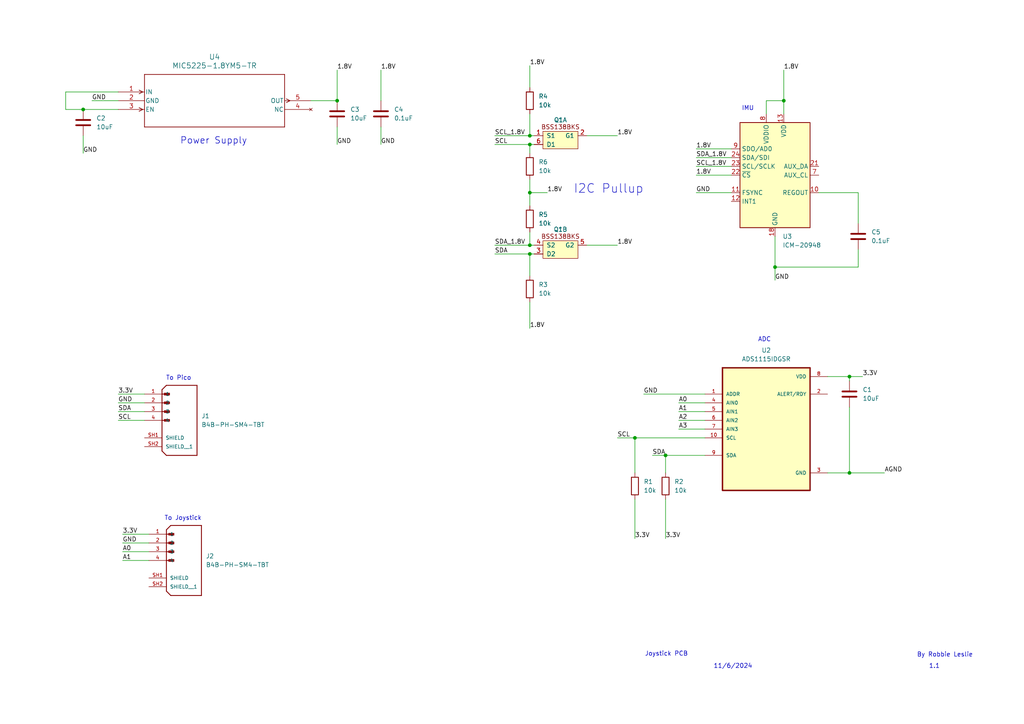
<source format=kicad_sch>
(kicad_sch (version 20231120) (generator "eeschema") (generator_version "8.0")
  (paper "A4")
  (lib_symbols
    (symbol "ADS1115IDGSR:ADS1115IDGSR" (pin_names (offset 1.016))
      (property "Reference" "U" (at -12.7 18.78 0))
      (property "Value" "ADS1115IDGSR" (at -12.7 -21.78 0))
      (symbol "ADS1115IDGSR_0_0"
        (rectangle (start -12.7 -17.78) (end 12.7 17.78) (stroke (width 0.41)) (fill (type background)))
        (pin input line (at -17.78 10.16 0) (length 5.08) (name "ADDR") (number "1"))
        (pin input line (at -17.78 -2.54 0) (length 5.08) (name "SCL") (number "10"))
        (pin output line (at 17.78 10.16 180) (length 5.08) (name "ALERT/RDY") (number "2"))
        (pin power_in line (at 17.78 -12.7 180) (length 5.08) (name "GND") (number "3"))
        (pin input line (at -17.78 7.62 0) (length 5.08) (name "AIN0") (number "4"))
        (pin input line (at -17.78 5.08 0) (length 5.08) (name "AIN1") (number "5"))
        (pin input line (at -17.78 2.54 0) (length 5.08) (name "AIN2") (number "6"))
        (pin input line (at -17.78 0 0) (length 5.08) (name "AIN3") (number "7"))
        (pin power_in line (at 17.78 15.24 180) (length 5.08) (name "VDD") (number "8"))
        (pin bidirectional line (at -17.78 -7.62 0) (length 5.08) (name "SDA") (number "9"))
      )
    )
    (symbol "B4B-PH-SM4-TBT:B4B-PH-SM4-TBT" (pin_names (offset 1.016))
      (property "Reference" "J" (at 0 8.89 0))
      (property "Value" "B4B-PH-SM4-TBT" (at 0 -15.24 0))
      (symbol "B4B-PH-SM4-TBT_0_0"
        (polyline (pts (xy 0 -11.43) (xy 1.27 -12.7)) (stroke (width 0.254)))
        (polyline (pts (xy 0 -2.54) (xy 1.905 -2.54)) (stroke (width 0.254)))
        (polyline (pts (xy 0 0) (xy 1.905 0)) (stroke (width 0.254)))
        (polyline (pts (xy 0 2.54) (xy 1.905 2.54)) (stroke (width 0.254)))
        (polyline (pts (xy 0 5.08) (xy 1.905 5.08)) (stroke (width 0.254)))
        (polyline (pts (xy 0 6.35) (xy 0 -11.43)) (stroke (width 0.254)))
        (polyline (pts (xy 0 6.35) (xy 1.27 7.62)) (stroke (width 0.254)))
        (polyline (pts (xy 1.27 -12.7) (xy 10.16 -12.7)) (stroke (width 0.254)))
        (polyline (pts (xy 10.16 -12.7) (xy 10.16 7.62)) (stroke (width 0.254)))
        (polyline (pts (xy 10.16 7.62) (xy 1.27 7.62)) (stroke (width 0.254)))
        (rectangle (start 0.635 -2.8575) (end 2.2225 -2.2225) (stroke (width 0.1)) (fill (type outline)))
        (rectangle (start 0.635 -0.3175) (end 2.2225 0.3175) (stroke (width 0.1)) (fill (type outline)))
        (rectangle (start 0.635 2.2225) (end 2.2225 2.8575) (stroke (width 0.1)) (fill (type outline)))
        (rectangle (start 0.635 4.7625) (end 2.2225 5.3975) (stroke (width 0.1)) (fill (type outline)))
        (pin passive line (at -5.08 5.08 0) (length 5.08) (name "1") (number "1"))
        (pin passive line (at -5.08 2.54 0) (length 5.08) (name "2") (number "2"))
        (pin passive line (at -5.08 0 0) (length 5.08) (name "3") (number "3"))
        (pin passive line (at -5.08 -2.54 0) (length 5.08) (name "4") (number "4"))
        (pin passive line (at -5.08 -7.62 0) (length 5.08) (name "SHIELD") (number "SH1"))
        (pin passive line (at -5.08 -10.16 0) (length 5.08) (name "SHIELD__1") (number "SH2"))
      )
    )
    (symbol "BSS138BKS:BSS138BKS" (pin_names (offset 1.016))
      (property "Reference" "Q" (at 0 2.032 0))
      (symbol "BSS138BKS_0_1"
        (text "BSS138BKS" (at 0 0 0) (effects (font (size 1.27 1.27))))
      )
      (symbol "BSS138BKS_1_1"
        (rectangle (start -5.08 -1.27) (end 5.08 -6.35) (fill (type background)))
        (pin passive line (at -7.62 -2.54 0) (length 2.54) (name "S1") (number "1"))
        (pin passive line (at 7.62 -2.54 180) (length 2.54) (name "G1") (number "2"))
        (pin passive line (at -7.62 -5.08 0) (length 2.54) (name "D1") (number "6"))
      )
      (symbol "BSS138BKS_2_1"
        (rectangle (start -5.08 -1.27) (end 5.08 -6.35) (fill (type background)))
        (pin passive line (at -7.62 -5.08 0) (length 2.54) (name "D2") (number "3"))
        (pin passive line (at -7.62 -2.54 0) (length 2.54) (name "S2") (number "4"))
        (pin passive line (at 7.62 -2.54 180) (length 2.54) (name "G2") (number "5"))
      )
    )
    (symbol "Device:C" (pin_numbers hide) (pin_names (offset 0.254))
      (property "Reference" "C" (at 0.635 2.54 0))
      (property "Value" "C" (at 0.635 -2.54 0))
      (symbol "C_0_1"
        (polyline (pts (xy -2.032 -0.762) (xy 2.032 -0.762)) (stroke (width 0.508)))
        (polyline (pts (xy -2.032 0.762) (xy 2.032 0.762)) (stroke (width 0.508)))
      )
      (symbol "C_1_1"
        (pin passive line (at 0 3.81 270) (length 2.794) (name "~") (number "1"))
        (pin passive line (at 0 -3.81 90) (length 2.794) (name "~") (number "2"))
      )
    )
    (symbol "Device:R" (pin_numbers hide) (pin_names (offset 0))
      (property "Reference" "R" (at 2.032 0 90))
      (property "Value" "R" (at 0 0 90))
      (symbol "R_0_1"
        (rectangle (start -1.016 -2.54) (end 1.016 2.54) (stroke (width 0.254)))
      )
      (symbol "R_1_1"
        (pin passive line (at 0 3.81 270) (length 1.27) (name "~") (number "1"))
        (pin passive line (at 0 -3.81 90) (length 1.27) (name "~") (number "2"))
      )
    )
    (symbol "MIC5225-1.8V:MIC5225-1.8YM5-TR" (pin_names (offset 0.254))
      (property "Reference" "U" (at 27.94 10.16 0))
      (property "Value" "MIC5225-1.8YM5-TR" (at 27.94 7.62 0))
      (symbol "MIC5225-1.8YM5-TR_1_1"
        (polyline (pts (xy 7.0993 -5.08) (xy 6.0579 -5.6007)) (stroke (width 0.2032)))
        (polyline (pts (xy 7.0993 -5.08) (xy 6.0579 -4.5593)) (stroke (width 0.2032)))
        (polyline (pts (xy 7.0993 0) (xy 6.0579 -0.5207)) (stroke (width 0.2032)))
        (polyline (pts (xy 7.0993 0) (xy 6.0579 0.5207)) (stroke (width 0.2032)))
        (polyline (pts (xy 7.62 -10.16) (xy 48.26 -10.16)) (stroke (width 0.2032)))
        (polyline (pts (xy 7.62 5.08) (xy 7.62 -10.16)) (stroke (width 0.2032)))
        (polyline (pts (xy 48.26 -10.16) (xy 48.26 5.08)) (stroke (width 0.2032)))
        (polyline (pts (xy 48.26 5.08) (xy 7.62 5.08)) (stroke (width 0.2032)))
        (polyline (pts (xy 48.7807 -3.0607) (xy 49.8221 -2.54)) (stroke (width 0.2032)))
        (polyline (pts (xy 48.7807 -2.0193) (xy 49.8221 -2.54)) (stroke (width 0.2032)))
        (pin input line (at 0 0 0) (length 7.62) (name "IN") (number "1"))
        (pin power_in line (at 0 -2.54 0) (length 7.62) (name "GND") (number "2"))
        (pin input line (at 0 -5.08 0) (length 7.62) (name "EN") (number "3"))
        (pin no_connect line (at 55.88 -5.08 180) (length 7.62) (name "NC") (number "4"))
        (pin output line (at 55.88 -2.54 180) (length 7.62) (name "OUT") (number "5"))
      )
    )
    (symbol "Sensor_Motion:ICM-20948"
      (property "Reference" "U" (at -11.43 16.51 0))
      (property "Value" "ICM-20948" (at 7.62 -16.51 0))
      (symbol "ICM-20948_0_1"
        (rectangle (start -10.16 15.24) (end 10.16 -15.24) (stroke (width 0.254)) (fill (type background)))
      )
      (symbol "ICM-20948_1_1"
        (pin no_connect line (at -10.16 12.7 0) (length 2.54) hide (name "NC") (number "1"))
        (pin passive line (at 12.7 -5.08 180) (length 2.54) (name "REGOUT") (number "10"))
        (pin input line (at -12.7 -5.08 0) (length 2.54) (name "FSYNC") (number "11"))
        (pin output line (at -12.7 -7.62 0) (length 2.54) (name "INT1") (number "12"))
        (pin power_in line (at 2.54 17.78 270) (length 2.54) (name "VDD") (number "13"))
        (pin no_connect line (at 10.16 7.62 180) (length 2.54) hide (name "NC") (number "14"))
        (pin no_connect line (at 10.16 5.08 180) (length 2.54) hide (name "NC") (number "15"))
        (pin no_connect line (at 10.16 -7.62 180) (length 2.54) hide (name "NC") (number "16"))
        (pin no_connect line (at 10.16 -10.16 180) (length 2.54) hide (name "NC") (number "17"))
        (pin power_in line (at 0 -17.78 90) (length 2.54) (name "GND") (number "18"))
        (pin no_connect line (at 10.16 -12.7 180) (length 2.54) hide (name "RESV") (number "19"))
        (pin no_connect line (at -10.16 10.16 0) (length 2.54) hide (name "NC") (number "2"))
        (pin passive line (at 0 -17.78 90) (length 2.54) hide (name "GND") (number "20"))
        (pin bidirectional line (at 12.7 2.54 180) (length 2.54) (name "AUX_DA") (number "21"))
        (pin input line (at -12.7 0 0) (length 2.54) (name "~{CS}") (number "22"))
        (pin input line (at -12.7 2.54 0) (length 2.54) (name "SCL/SCLK") (number "23"))
        (pin bidirectional line (at -12.7 5.08 0) (length 2.54) (name "SDA/SDI") (number "24"))
        (pin no_connect line (at -10.16 -2.54 0) (length 2.54) hide (name "NC") (number "3"))
        (pin no_connect line (at -10.16 -10.16 0) (length 2.54) hide (name "NC") (number "4"))
        (pin no_connect line (at -10.16 -12.7 0) (length 2.54) hide (name "NC") (number "5"))
        (pin no_connect line (at 10.16 10.16 180) (length 2.54) hide (name "NC") (number "6"))
        (pin output line (at 12.7 0 180) (length 2.54) (name "AUX_CL") (number "7"))
        (pin power_in line (at -2.54 17.78 270) (length 2.54) (name "VDDIO") (number "8"))
        (pin bidirectional line (at -12.7 7.62 0) (length 2.54) (name "SDO/AD0") (number "9"))
      )
    )
  )
  (junction (at 153.67 73.66))
  (junction (at 97.79 29.21))
  (junction (at 184.15 127))
  (junction (at 153.67 71.12))
  (junction (at 246.38 109.22))
  (junction (at 24.13 31.75))
  (junction (at 193.04 132.08))
  (junction (at 153.67 41.91))
  (junction (at 224.79 77.47))
  (junction (at 227.33 29.21))
  (junction (at 153.67 55.88))
  (junction (at 246.38 137.16))
  (junction (at 153.67 39.37))
  (wire (pts (xy 248.92 72.39) (xy 248.92 77.47)))
  (wire (pts (xy 110.49 36.83) (xy 110.49 41.91)))
  (wire (pts (xy 143.51 71.12) (xy 153.67 71.12)))
  (wire (pts (xy 35.56 162.56) (xy 43.18 162.56)))
  (wire (pts (xy 153.67 33.02) (xy 153.67 39.37)))
  (wire (pts (xy 246.38 109.22) (xy 246.38 110.49)))
  (wire (pts (xy 153.67 73.66) (xy 154.94 73.66)))
  (wire (pts (xy 184.15 127) (xy 184.15 137.16)))
  (wire (pts (xy 201.93 48.26) (xy 212.09 48.26)))
  (wire (pts (xy 35.56 160.02) (xy 43.18 160.02)))
  (wire (pts (xy 227.33 29.21) (xy 227.33 33.02)))
  (wire (pts (xy 143.51 41.91) (xy 153.67 41.91)))
  (wire (pts (xy 153.67 39.37) (xy 154.94 39.37)))
  (wire (pts (xy 153.67 52.07) (xy 153.67 55.88)))
  (wire (pts (xy 97.79 20.32) (xy 97.79 29.21)))
  (wire (pts (xy 196.85 116.84) (xy 204.47 116.84)))
  (wire (pts (xy 246.38 109.22) (xy 250.19 109.22)))
  (wire (pts (xy 193.04 144.78) (xy 193.04 156.21)))
  (wire (pts (xy 110.49 20.32) (xy 110.49 29.21)))
  (wire (pts (xy 204.47 127) (xy 184.15 127)))
  (wire (pts (xy 227.33 20.32) (xy 227.33 29.21)))
  (wire (pts (xy 34.29 121.92) (xy 41.91 121.92)))
  (wire (pts (xy 34.29 116.84) (xy 41.91 116.84)))
  (wire (pts (xy 240.03 137.16) (xy 246.38 137.16)))
  (wire (pts (xy 153.67 41.91) (xy 154.94 41.91)))
  (wire (pts (xy 19.05 26.67) (xy 19.05 31.75)))
  (wire (pts (xy 153.67 67.31) (xy 153.67 71.12)))
  (wire (pts (xy 201.93 50.8) (xy 212.09 50.8)))
  (wire (pts (xy 153.67 71.12) (xy 154.94 71.12)))
  (wire (pts (xy 34.29 26.67) (xy 19.05 26.67)))
  (wire (pts (xy 26.67 29.21) (xy 34.29 29.21)))
  (wire (pts (xy 246.38 118.11) (xy 246.38 137.16)))
  (wire (pts (xy 90.17 29.21) (xy 97.79 29.21)))
  (wire (pts (xy 34.29 119.38) (xy 41.91 119.38)))
  (wire (pts (xy 184.15 144.78) (xy 184.15 156.21)))
  (wire (pts (xy 201.93 45.72) (xy 212.09 45.72)))
  (wire (pts (xy 170.18 39.37) (xy 179.07 39.37)))
  (wire (pts (xy 179.07 127) (xy 184.15 127)))
  (wire (pts (xy 222.25 33.02) (xy 222.25 29.21)))
  (wire (pts (xy 196.85 124.46) (xy 204.47 124.46)))
  (wire (pts (xy 153.67 55.88) (xy 158.75 55.88)))
  (wire (pts (xy 97.79 36.83) (xy 97.79 41.91)))
  (wire (pts (xy 201.93 55.88) (xy 212.09 55.88)))
  (wire (pts (xy 193.04 132.08) (xy 193.04 137.16)))
  (wire (pts (xy 19.05 31.75) (xy 24.13 31.75)))
  (wire (pts (xy 153.67 19.05) (xy 153.67 25.4)))
  (wire (pts (xy 153.67 87.63) (xy 153.67 95.25)))
  (wire (pts (xy 201.93 43.18) (xy 212.09 43.18)))
  (wire (pts (xy 153.67 41.91) (xy 153.67 44.45)))
  (wire (pts (xy 237.49 55.88) (xy 248.92 55.88)))
  (wire (pts (xy 189.23 132.08) (xy 193.04 132.08)))
  (wire (pts (xy 24.13 39.37) (xy 24.13 44.45)))
  (wire (pts (xy 222.25 29.21) (xy 227.33 29.21)))
  (wire (pts (xy 240.03 109.22) (xy 246.38 109.22)))
  (wire (pts (xy 35.56 157.48) (xy 43.18 157.48)))
  (wire (pts (xy 248.92 77.47) (xy 224.79 77.47)))
  (wire (pts (xy 196.85 119.38) (xy 204.47 119.38)))
  (wire (pts (xy 34.29 114.3) (xy 41.91 114.3)))
  (wire (pts (xy 143.51 39.37) (xy 153.67 39.37)))
  (wire (pts (xy 246.38 137.16) (xy 256.54 137.16)))
  (wire (pts (xy 224.79 77.47) (xy 224.79 68.58)))
  (wire (pts (xy 24.13 31.75) (xy 34.29 31.75)))
  (wire (pts (xy 170.18 71.12) (xy 179.07 71.12)))
  (wire (pts (xy 153.67 73.66) (xy 153.67 80.01)))
  (wire (pts (xy 153.67 55.88) (xy 153.67 59.69)))
  (wire (pts (xy 196.85 121.92) (xy 204.47 121.92)))
  (wire (pts (xy 35.56 154.94) (xy 43.18 154.94)))
  (wire (pts (xy 248.92 55.88) (xy 248.92 64.77)))
  (wire (pts (xy 186.69 114.3) (xy 204.47 114.3)))
  (wire (pts (xy 143.51 73.66) (xy 153.67 73.66)))
  (wire (pts (xy 224.79 77.47) (xy 224.79 81.28)))
  (wire (pts (xy 204.47 132.08) (xy 193.04 132.08)))
  (text "1.1" (at 271.018 193.294 0) (effects (font (size 1.27 1.27))))
  (text "11/6/2024\n" (at 212.598 193.294 0) (effects (font (size 1.27 1.27))))
  (text "IMU" (at 216.916 31.496 0) (effects (font (size 1.27 1.27))))
  (text "I2C Pullup" (at 176.53 54.864 0) (effects (font (size 2.54 2.54))))
  (text "Joystick PCB" (at 193.294 189.738 0) (effects (font (size 1.27 1.27))))
  (text "Power Supply" (at 61.976 40.894 0) (effects (font (size 1.905 1.905))))
  (text "ADC" (at 221.742 98.552 0) (effects (font (size 1.27 1.27))))
  (text "To Pico" (at 51.816 109.728 0) (effects (font (size 1.27 1.27))))
  (text "To Joystick" (at 53.086 150.368 0) (effects (font (size 1.27 1.27))))
  (text "By Robbie Leslie" (at 274.066 189.992 0) (effects (font (size 1.27 1.27))))
  (label "1.8V" (at 201.93 50.8 0))
  (label "1.8V" (at 179.07 39.37 0))
  (label "A1" (at 196.85 119.38 0))
  (label "SCL" (at 179.07 127 0))
  (label "1.8V" (at 153.67 19.05 0))
  (label "3.3V" (at 35.56 154.94 0))
  (label "1.8V" (at 227.33 20.32 0))
  (label "A3" (at 196.85 124.46 0))
  (label "A1" (at 35.56 162.56 0))
  (label "GND" (at 224.79 81.28 0))
  (label "1.8V" (at 153.67 95.25 0))
  (label "SCL_1.8V" (at 201.93 48.26 0))
  (label "A2" (at 196.85 121.92 0))
  (label "GND" (at 97.79 41.91 0))
  (label "1.8V" (at 110.49 20.32 0))
  (label "A0" (at 196.85 116.84 0))
  (label "GND" (at 186.69 114.3 0))
  (label "1.8V" (at 97.79 20.32 0))
  (label "GND" (at 24.13 44.45 0))
  (label "GND" (at 26.67 29.21 0))
  (label "SDA" (at 189.23 132.08 0))
  (label "SDA" (at 143.51 73.66 0))
  (label "SDA_1.8V" (at 201.93 45.72 0))
  (label "SCL" (at 34.29 121.92 0))
  (label "3.3V" (at 250.19 109.22 0))
  (label "GND" (at 201.93 55.88 0))
  (label "SCL_1.8V" (at 143.51 39.37 0))
  (label "SDA" (at 34.29 119.38 0))
  (label "3.3V" (at 34.29 114.3 0))
  (label "A0" (at 35.56 160.02 0))
  (label "GND" (at 34.29 116.84 0))
  (label "1.8V" (at 201.93 43.18 0))
  (label "AGND" (at 256.54 137.16 0))
  (label "3.3V" (at 184.15 156.21 0))
  (label "GND" (at 110.49 41.91 0))
  (label "SCL" (at 143.51 41.91 0))
  (label "GND" (at 35.56 157.48 0))
  (label "3.3V" (at 193.04 156.21 0))
  (label "1.8V" (at 158.75 55.88 0))
  (label "SDA_1.8V" (at 143.51 71.12 0))
  (label "1.8V" (at 179.07 71.12 0))
  (symbol (lib_id "Device:C") (at 110.49 33.02 0) (unit 1)
    (property "Reference" "C4" (at 114.3 31.7499 0) (effects (justify left)))
    (property "Value" "0.1uF" (at 114.3 34.2899 0) (effects (justify left)))
    (property "Footprint" "Capacitor_SMD:C_0603_1608Metric" (effects (hide yes)))
    (property "Description" "Unpolarized capacitor" (effects (hide yes)))
  )
  (symbol (lib_id "Device:R") (at 184.15 140.97 0) (unit 1)
    (property "Reference" "R1" (at 186.69 139.6999 0) (effects (justify left)))
    (property "Value" "10k" (at 186.69 142.2399 0) (effects (justify left)))
    (property "Footprint" "Resistor_SMD:R_0603_1608Metric" (effects (hide yes)))
    (property "Description" "Resistor" (effects (hide yes)))
  )
  (symbol (lib_id "Device:C") (at 248.92 68.58 0) (unit 1)
    (property "Reference" "C5" (at 252.73 67.3099 0) (effects (justify left)))
    (property "Value" "0.1uF" (at 252.73 69.8499 0) (effects (justify left)))
    (property "Footprint" "Capacitor_SMD:C_0603_1608Metric" (effects (hide yes)))
    (property "Description" "Unpolarized capacitor" (effects (hide yes)))
  )
  (symbol (lib_id "ADS1115IDGSR:ADS1115IDGSR") (at 222.25 124.46 0) (unit 1)
    (property "Reference" "U2" (at 222.25 101.6 0))
    (property "Value" "ADS1115IDGSR" (at 222.25 104.14 0))
    (property "Footprint" "Library:SOP50P490X110-10N" (effects (hide yes)))
  )
  (symbol (lib_id "B4B-PH-SM4-TBT:B4B-PH-SM4-TBT") (at 46.99 119.38 0) (unit 1)
    (property "Reference" "J1" (at 58.42 120.6499 0) (effects (justify left)))
    (property "Value" "B4B-PH-SM4-TBT" (at 58.42 123.1899 0) (effects (justify left)))
    (property "Footprint" "Library:JST_B4B-PH-SM4-TBT" (effects (hide yes)))
    (property "PARTREV" "N/A" (effects (hide yes)))
    (property "STANDARD" "Manufacturer Recommendations" (effects (hide yes)))
    (property "MANUFACTURER" "JST" (effects (hide yes)))
    (property "MAXIMUM_PACKAGE_HEIGHT" "6.6mm" (effects (hide yes)))
    (property "SNAPEDA_PN" "B4B-PH-SM4-TBT(LF)(SN)" (effects (hide yes)))
  )
  (symbol (lib_id "Device:R") (at 153.67 48.26 0) (unit 1)
    (property "Reference" "R6" (at 156.21 46.9899 0) (effects (justify left)))
    (property "Value" "10k" (at 156.21 49.5299 0) (effects (justify left)))
    (property "Footprint" "Resistor_SMD:R_0603_1608Metric" (effects (hide yes)))
    (property "Description" "Resistor" (effects (hide yes)))
  )
  (symbol (lib_id "Sensor_Motion:ICM-20948") (at 224.79 50.8 0) (unit 1)
    (property "Reference" "U3" (at 226.9841 68.58 0) (effects (justify left)))
    (property "Value" "ICM-20948" (at 226.9841 71.12 0) (effects (justify left)))
    (property "Footprint" "Sensor_Motion:InvenSense_QFN-24_3x3mm_P0.4mm" (effects (hide yes)))
    (property "Datasheet" "http://www.invensense.com/wp-content/uploads/2016/06/DS-000189-ICM-20948-v1.3.pdf" (effects (hide yes)))
    (property "Description" "InvenSense 9-Axis Motion Sensor, Accelerometer, Gyroscope, Compass, I2C/SPI, QFN-24" (effects (hide yes)))
  )
  (symbol (lib_id "B4B-PH-SM4-TBT:B4B-PH-SM4-TBT") (at 48.26 160.02 0) (unit 1)
    (property "Reference" "J2" (at 59.69 161.2899 0) (effects (justify left)))
    (property "Value" "B4B-PH-SM4-TBT" (at 59.69 163.8299 0) (effects (justify left)))
    (property "Footprint" "Library:JST_B4B-PH-SM4-TBT" (effects (hide yes)))
    (property "PARTREV" "N/A" (effects (hide yes)))
    (property "STANDARD" "Manufacturer Recommendations" (effects (hide yes)))
    (property "MANUFACTURER" "JST" (effects (hide yes)))
    (property "MAXIMUM_PACKAGE_HEIGHT" "6.6mm" (effects (hide yes)))
    (property "SNAPEDA_PN" "B4B-PH-SM4-TBT(LF)(SN)" (effects (hide yes)))
  )
  (symbol (lib_id "BSS138BKS:BSS138BKS") (at 162.56 68.58 0) (unit 2)
    (property "Reference" "Q1" (at 162.56 66.548 0))
    (property "Value" "~" (at 162.56 66.04 0))
    (property "Footprint" "Package_TO_SOT_SMD:SOT-363_SC-70-6" (effects (hide yes)))
  )
  (symbol (lib_id "Device:R") (at 153.67 63.5 0) (unit 1)
    (property "Reference" "R5" (at 156.21 62.2299 0) (effects (justify left)))
    (property "Value" "10k" (at 156.21 64.7699 0) (effects (justify left)))
    (property "Footprint" "Resistor_SMD:R_0603_1608Metric" (effects (hide yes)))
    (property "Description" "Resistor" (effects (hide yes)))
  )
  (symbol (lib_id "BSS138BKS:BSS138BKS") (at 162.56 36.83 0) (unit 1)
    (property "Reference" "Q1" (at 162.56 34.798 0))
    (property "Value" "~" (at 162.56 34.29 0))
    (property "Footprint" "Package_TO_SOT_SMD:SOT-363_SC-70-6" (effects (hide yes)))
  )
  (symbol (lib_id "Device:C") (at 246.38 114.3 0) (unit 1)
    (property "Reference" "C1" (at 250.19 113.0299 0) (effects (justify left)))
    (property "Value" "10uF" (at 250.19 115.5699 0) (effects (justify left)))
    (property "Footprint" "Capacitor_SMD:C_0603_1608Metric" (effects (hide yes)))
    (property "Description" "Unpolarized capacitor" (effects (hide yes)))
  )
  (symbol (lib_id "Device:R") (at 153.67 83.82 0) (unit 1)
    (property "Reference" "R3" (at 156.21 82.5499 0) (effects (justify left)))
    (property "Value" "10k" (at 156.21 85.0899 0) (effects (justify left)))
    (property "Footprint" "Resistor_SMD:R_0603_1608Metric" (effects (hide yes)))
    (property "Description" "Resistor" (effects (hide yes)))
  )
  (symbol (lib_id "Device:R") (at 193.04 140.97 0) (unit 1)
    (property "Reference" "R2" (at 195.58 139.6999 0) (effects (justify left)))
    (property "Value" "10k" (at 195.58 142.2399 0) (effects (justify left)))
    (property "Footprint" "Resistor_SMD:R_0603_1608Metric" (effects (hide yes)))
    (property "Description" "Resistor" (effects (hide yes)))
  )
  (symbol (lib_id "Device:R") (at 153.67 29.21 0) (unit 1)
    (property "Reference" "R4" (at 156.21 27.9399 0) (effects (justify left)))
    (property "Value" "10k" (at 156.21 30.4799 0) (effects (justify left)))
    (property "Footprint" "Resistor_SMD:R_0603_1608Metric" (effects (hide yes)))
    (property "Description" "Resistor" (effects (hide yes)))
  )
  (symbol (lib_id "Device:C") (at 97.79 33.02 0) (unit 1)
    (property "Reference" "C3" (at 101.6 31.7499 0) (effects (justify left)))
    (property "Value" "10uF" (at 101.6 34.2899 0) (effects (justify left)))
    (property "Footprint" "Capacitor_SMD:C_0603_1608Metric" (effects (hide yes)))
    (property "Description" "Unpolarized capacitor" (effects (hide yes)))
  )
  (symbol (lib_id "MIC5225-1.8V:MIC5225-1.8YM5-TR") (at 34.29 26.67 0) (unit 1)
    (property "Reference" "U4" (at 62.23 16.51 0) (effects (font (size 1.524 1.524))))
    (property "Value" "MIC5225-1.8YM5-TR" (at 62.23 19.05 0) (effects (font (size 1.524 1.524))))
    (property "Footprint" "SOT-23-5_M5_MCH" (effects (hide yes)))
    (property "Datasheet" "MIC5225-1.8YM5-TR" (effects (hide yes)))
  )
  (symbol (lib_id "Device:C") (at 24.13 35.56 0) (unit 1)
    (property "Reference" "C2" (at 27.94 34.2899 0) (effects (justify left)))
    (property "Value" "10uF" (at 27.94 36.8299 0) (effects (justify left)))
    (property "Footprint" "Capacitor_SMD:C_0603_1608Metric" (effects (hide yes)))
    (property "Description" "Unpolarized capacitor" (effects (hide yes)))
  )
)
</source>
